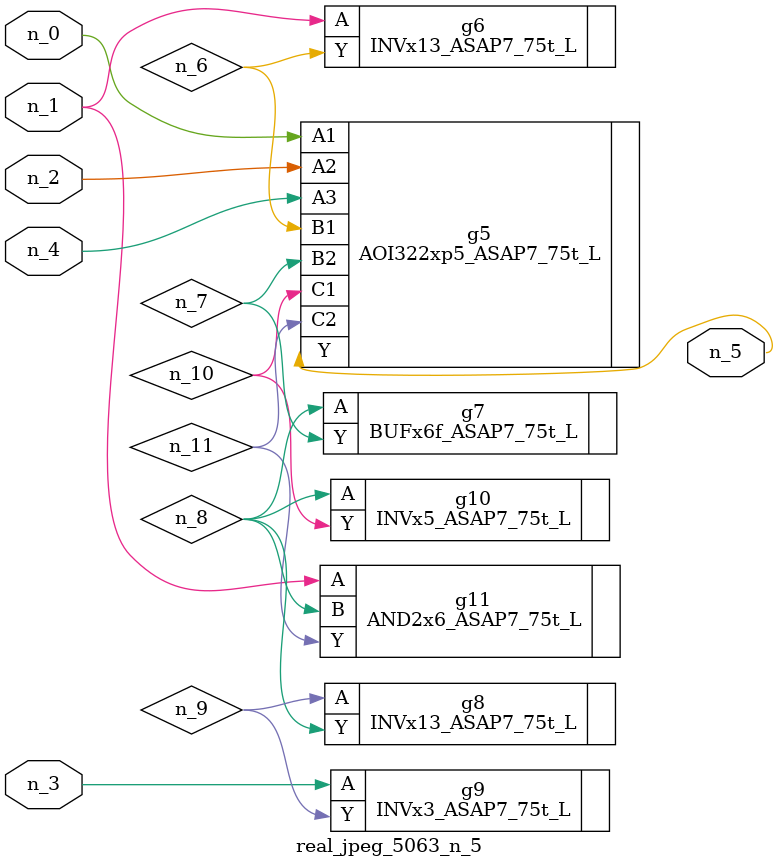
<source format=v>
module real_jpeg_5063_n_5 (n_4, n_0, n_1, n_2, n_3, n_5);

input n_4;
input n_0;
input n_1;
input n_2;
input n_3;

output n_5;

wire n_8;
wire n_11;
wire n_6;
wire n_7;
wire n_10;
wire n_9;

AOI322xp5_ASAP7_75t_L g5 ( 
.A1(n_0),
.A2(n_2),
.A3(n_4),
.B1(n_6),
.B2(n_7),
.C1(n_10),
.C2(n_11),
.Y(n_5)
);

INVx13_ASAP7_75t_L g6 ( 
.A(n_1),
.Y(n_6)
);

AND2x6_ASAP7_75t_L g11 ( 
.A(n_1),
.B(n_8),
.Y(n_11)
);

INVx3_ASAP7_75t_L g9 ( 
.A(n_3),
.Y(n_9)
);

BUFx6f_ASAP7_75t_L g7 ( 
.A(n_8),
.Y(n_7)
);

INVx5_ASAP7_75t_L g10 ( 
.A(n_8),
.Y(n_10)
);

INVx13_ASAP7_75t_L g8 ( 
.A(n_9),
.Y(n_8)
);


endmodule
</source>
